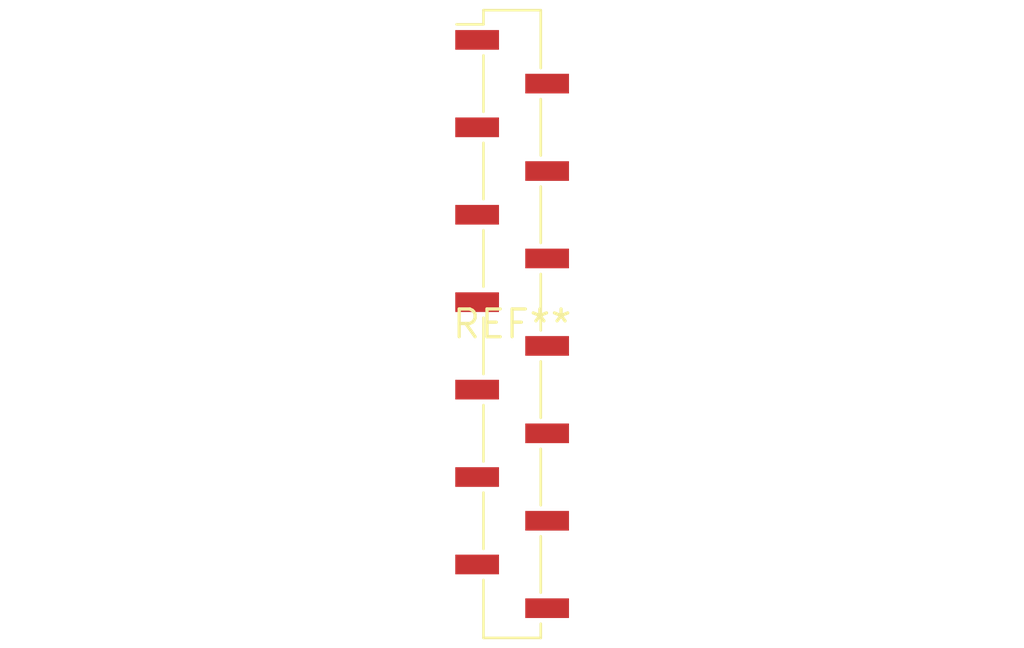
<source format=kicad_pcb>
(kicad_pcb (version 20240108) (generator pcbnew)
  (layers (0 "F.Cu" signal) (31 "B.Cu" signal) (34 "B.Paste" user) (35 "F.Paste" user) (36 "B.SilkS" user "B.Silkscreen") (37 "F.SilkS" user "F.Silkscreen") (38 "B.Mask" user) (39 "F.Mask" user) (44 "Edge.Cuts" user))
  (net 0 "")
  (footprint "PinSocket_1x14_P2.00mm_Vertical_SMD_Pin1Left" (layer "F.Cu") (at 0 0)
    (property "Reference" "REF**")
    (property "Value" "PinSocket_1x14_P2.00mm_Vertical_SMD_Pin1Left")
    (fp_line (start -2.54 -13.71) (end -1.31 -13.71) (layer "F.SilkS") (stroke (width 0.12)))
    (fp_line (start -1.31 -14.36) (end -1.31 -13.71) (layer "F.SilkS") (stroke (width 0.12)))
    (fp_line (start -1.31 -14.36) (end 1.31 -14.36) (layer "F.SilkS") (stroke (width 0.12)))
    (fp_line (start -1.31 -12.29) (end -1.31 -9.71) (layer "F.SilkS") (stroke (width 0.12)))
    (fp_line (start -1.31 -8.29) (end -1.31 -5.71) (layer "F.SilkS") (stroke (width 0.12)))
    (fp_line (start -1.31 -4.29) (end -1.31 -1.71) (layer "F.SilkS") (stroke (width 0.12)))
    (fp_line (start -1.31 -0.29) (end -1.31 2.29) (layer "F.SilkS") (stroke (width 0.12)))
    (fp_line (start -1.31 3.71) (end -1.31 6.29) (layer "F.SilkS") (stroke (width 0.12)))
    (fp_line (start -1.31 7.71) (end -1.31 10.29) (layer "F.SilkS") (stroke (width 0.12)))
    (fp_line (start -1.31 11.71) (end -1.31 14.36) (layer "F.SilkS") (stroke (width 0.12)))
    (fp_line (start -1.31 14.36) (end 1.31 14.36) (layer "F.SilkS") (stroke (width 0.12)))
    (fp_line (start 1.31 -14.36) (end 1.31 -11.71) (layer "F.SilkS") (stroke (width 0.12)))
    (fp_line (start 1.31 -10.29) (end 1.31 -7.71) (layer "F.SilkS") (stroke (width 0.12)))
    (fp_line (start 1.31 -6.29) (end 1.31 -3.71) (layer "F.SilkS") (stroke (width 0.12)))
    (fp_line (start 1.31 -2.29) (end 1.31 0.29) (layer "F.SilkS") (stroke (width 0.12)))
    (fp_line (start 1.31 1.71) (end 1.31 4.29) (layer "F.SilkS") (stroke (width 0.12)))
    (fp_line (start 1.31 5.71) (end 1.31 8.29) (layer "F.SilkS") (stroke (width 0.12)))
    (fp_line (start 1.31 9.71) (end 1.31 12.29) (layer "F.SilkS") (stroke (width 0.12)))
    (fp_line (start 1.31 13.71) (end 1.31 14.36) (layer "F.SilkS") (stroke (width 0.12)))
    (pad "1" smd rect (at -1.6 -13) (size 2 0.9) (layers "F.Cu" "F.Paste" "F.Mask"))
    (pad "2" smd rect (at 1.6 -11) (size 2 0.9) (layers "F.Cu" "F.Paste" "F.Mask"))
    (pad "3" smd rect (at -1.6 -9) (size 2 0.9) (layers "F.Cu" "F.Paste" "F.Mask"))
    (pad "4" smd rect (at 1.6 -7) (size 2 0.9) (layers "F.Cu" "F.Paste" "F.Mask"))
    (pad "5" smd rect (at -1.6 -5) (size 2 0.9) (layers "F.Cu" "F.Paste" "F.Mask"))
    (pad "6" smd rect (at 1.6 -3) (size 2 0.9) (layers "F.Cu" "F.Paste" "F.Mask"))
    (pad "7" smd rect (at -1.6 -1) (size 2 0.9) (layers "F.Cu" "F.Paste" "F.Mask"))
    (pad "8" smd rect (at 1.6 1) (size 2 0.9) (layers "F.Cu" "F.Paste" "F.Mask"))
    (pad "9" smd rect (at -1.6 3) (size 2 0.9) (layers "F.Cu" "F.Paste" "F.Mask"))
    (pad "10" smd rect (at 1.6 5) (size 2 0.9) (layers "F.Cu" "F.Paste" "F.Mask"))
    (pad "11" smd rect (at -1.6 7) (size 2 0.9) (layers "F.Cu" "F.Paste" "F.Mask"))
    (pad "12" smd rect (at 1.6 9) (size 2 0.9) (layers "F.Cu" "F.Paste" "F.Mask"))
    (pad "13" smd rect (at -1.6 11) (size 2 0.9) (layers "F.Cu" "F.Paste" "F.Mask"))
    (pad "14" smd rect (at 1.6 13) (size 2 0.9) (layers "F.Cu" "F.Paste" "F.Mask"))
  )
)
</source>
